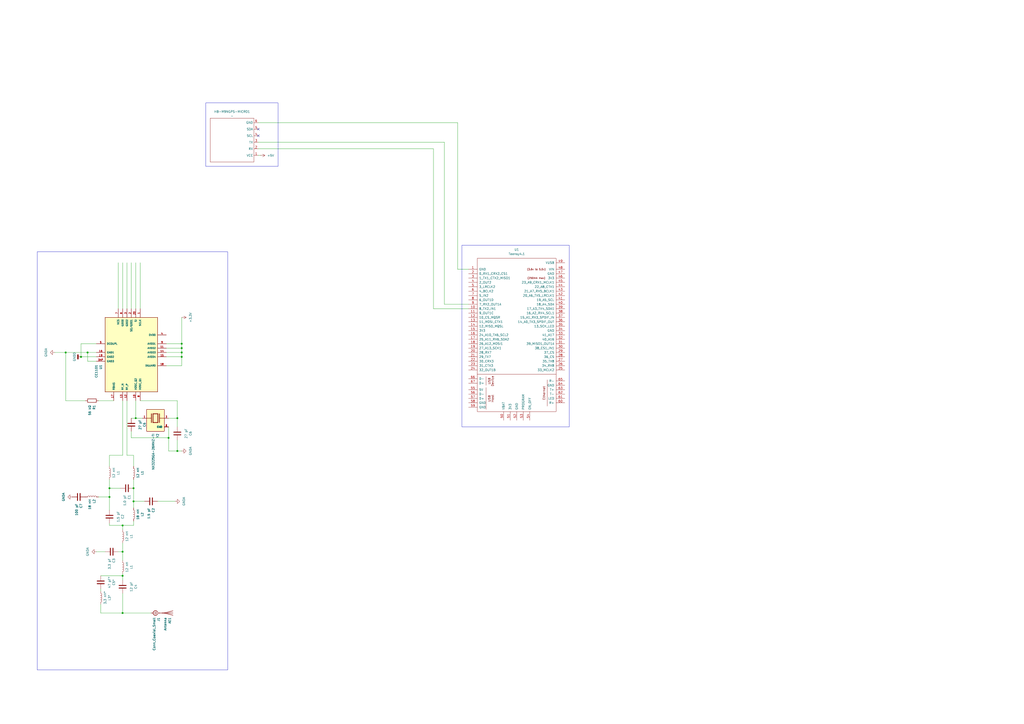
<source format=kicad_sch>
(kicad_sch (version 20231120) (generator "eeschema") (generator_version "8.0")
  (paper "A2")
  (lib_symbols
    (symbol "CC1101:CC1101" (pin_names (offset 1.016))
      (property "Reference" "U" (at 12.7103 -17.7944 0))
      (property "Value" "CC1101" (at 12.7068 -20.3308 0))
      (symbol "CC1101_0_0"
        (rectangle (start -20.32 -15.24) (end 22.86 15.24) (stroke (width 0.254)) (fill (type background)))
        (pin bidirectional line (at -25.4 5.08 0) (length 5.08) (name "SCLK") (number "1"))
        (pin bidirectional line (at 27.94 2.54 180) (length 5.08) (name "XOSC_Q2") (number "10"))
        (pin bidirectional line (at -2.54 20.32 270) (length 5.08) (name "AVDD2") (number "11"))
        (pin bidirectional line (at 27.94 -2.54 180) (length 5.08) (name "RF_P") (number "12"))
        (pin bidirectional line (at 27.94 -5.08 180) (length 5.08) (name "RF_N") (number "13"))
        (pin bidirectional line (at 0 20.32 270) (length 5.08) (name "AVDD3") (number "14"))
        (pin bidirectional line (at 2.54 20.32 270) (length 5.08) (name "AVDD4") (number "15"))
        (pin bidirectional line (at 0 -20.32 90) (length 5.08) (name "GND1") (number "16"))
        (pin bidirectional line (at 27.94 -10.16 180) (length 5.08) (name "RBIAS") (number "17"))
        (pin bidirectional line (at 7.62 20.32 270) (length 5.08) (name "DGUARD") (number "18"))
        (pin bidirectional line (at 2.54 -20.32 90) (length 5.08) (name "GND2") (number "19"))
        (pin bidirectional line (at -25.4 0 0) (length 5.08) (name "SO/GDO1") (number "2"))
        (pin bidirectional line (at -25.4 2.54 0) (length 5.08) (name "SI") (number "20"))
        (pin bidirectional line (at -25.4 -2.54 0) (length 5.08) (name "GDO2") (number "3"))
        (pin bidirectional line (at -10.16 20.32 270) (length 5.08) (name "DVDD") (number "4"))
        (pin bidirectional line (at -5.08 -20.32 90) (length 5.08) (name "DCOUPL") (number "5"))
        (pin bidirectional line (at -25.4 -5.08 0) (length 5.08) (name "GDO0") (number "6"))
        (pin bidirectional line (at -25.4 -7.62 0) (length 5.08) (name "NCS") (number "7"))
        (pin bidirectional line (at 27.94 5.08 180) (length 5.08) (name "XOSC_Q1") (number "8"))
        (pin bidirectional line (at -5.08 20.32 270) (length 5.08) (name "AVDD1") (number "9"))
        (pin bidirectional line (at 5.08 -20.32 90) (length 5.08) (name "GND3") (number "DAP"))
      )
    )
    (symbol "Connector:Conn_Coaxial_Small" (pin_numbers hide) (pin_names (offset 1.016) hide)
      (property "Reference" "J" (at 0.254 3.048 0))
      (property "Value" "Conn_Coaxial_Small" (at 0 -3.81 0))
      (symbol "Conn_Coaxial_Small_0_1"
        (polyline (pts (xy -2.54 0) (xy -0.508 0)))
        (circle (center 0 0) (radius 0.508) (stroke (width 0.2032)))
      )
      (symbol "Conn_Coaxial_Small_1_1"
        (arc (start -1.1916 -0.6311) (mid 0.327 -1.3081) (end 1.3484 0.0039) (stroke (width 0.3048)))
        (arc (start 1.3484 -0.0039) (mid 0.327 1.3081) (end -1.1916 0.6311) (stroke (width 0.3048)))
        (pin passive line (at -2.54 0 0) (length 1.27) (name "In") (number "1"))
        (pin passive line (at 2.54 0 180) (length 1.27) (name "Ext") (number "2"))
      )
    )
    (symbol "Device:Antenna" (pin_numbers hide) (pin_names (offset 1.016) hide)
      (property "Reference" "AE" (at -1.905 1.905 0))
      (property "Value" "Antenna" (at -1.905 0 0))
      (symbol "Antenna_0_1"
        (polyline (pts (xy 0 2.54) (xy 0 -3.81)) (stroke (width 0.254)))
        (polyline (pts (xy 1.27 2.54) (xy 0 -2.54) (xy -1.27 2.54)) (stroke (width 0.254)))
      )
      (symbol "Antenna_1_1"
        (pin input line (at 0 -5.08 90) (length 2.54) (name "A") (number "1"))
      )
    )
    (symbol "Device:C" (pin_numbers hide) (pin_names (offset 0.254))
      (property "Reference" "C" (at 0.635 2.54 0))
      (property "Value" "C" (at 0.635 -2.54 0))
      (symbol "C_0_1"
        (polyline (pts (xy -2.032 -0.762) (xy 2.032 -0.762)) (stroke (width 0.508)))
        (polyline (pts (xy -2.032 0.762) (xy 2.032 0.762)) (stroke (width 0.508)))
      )
      (symbol "C_1_1"
        (pin passive line (at 0 3.81 270) (length 2.794) (name "~") (number "1"))
        (pin passive line (at 0 -3.81 90) (length 2.794) (name "~") (number "2"))
      )
    )
    (symbol "Device:L" (pin_numbers hide) (pin_names (offset 1.016) hide)
      (property "Reference" "L" (at -1.27 0 90))
      (property "Value" "L" (at 1.905 0 90))
      (symbol "L_0_1"
        (arc (start 0 -2.54) (mid 0.6323 -1.905) (end 0 -1.27))
        (arc (start 0 -1.27) (mid 0.6323 -0.635) (end 0 0))
        (arc (start 0 0) (mid 0.6323 0.635) (end 0 1.27))
        (arc (start 0 1.27) (mid 0.6323 1.905) (end 0 2.54))
      )
      (symbol "L_1_1"
        (pin passive line (at 0 3.81 270) (length 1.27) (name "1") (number "1"))
        (pin passive line (at 0 -3.81 90) (length 1.27) (name "2") (number "2"))
      )
    )
    (symbol "Device:R" (pin_numbers hide) (pin_names (offset 0))
      (property "Reference" "R" (at 2.032 0 90))
      (property "Value" "R" (at 0 0 90))
      (symbol "R_0_1"
        (rectangle (start -1.016 -2.54) (end 1.016 2.54) (stroke (width 0.254)))
      )
      (symbol "R_1_1"
        (pin passive line (at 0 3.81 270) (length 1.27) (name "~") (number "1"))
        (pin passive line (at 0 -3.81 90) (length 1.27) (name "~") (number "2"))
      )
    )
    (symbol "NX3225GA-26MHZ-TI:NX3225GA-26MHZ-TI" (pin_names (offset 1.016))
      (property "Reference" "Y" (at -5.0878 6.3559 0))
      (property "Value" "NX3225GA-26MHZ-TI" (at -5.0944 -10.1744 0))
      (symbol "NX3225GA-26MHZ-TI_0_0"
        (rectangle (start -5.08 -7.62) (end 5.08 5.08) (stroke (width 0.254)) (fill (type background)))
        (polyline (pts (xy -5.08 0) (xy -2.54 0)) (stroke (width 0.254)))
        (polyline (pts (xy -2.3368 2.54) (xy -2.3368 -2.54)) (stroke (width 0.4064)))
        (polyline (pts (xy -1.397 2.54) (xy -1.397 -2.54)) (stroke (width 0.4064)))
        (polyline (pts (xy -1.397 2.54) (xy 1.397 2.54)) (stroke (width 0.4064)))
        (polyline (pts (xy 1.397 -2.54) (xy -1.397 -2.54)) (stroke (width 0.4064)))
        (polyline (pts (xy 1.397 2.54) (xy 1.397 -2.54)) (stroke (width 0.4064)))
        (polyline (pts (xy 2.3368 2.54) (xy 2.3368 -2.54)) (stroke (width 0.4064)))
        (polyline (pts (xy 2.54 0) (xy 5.08 0)) (stroke (width 0.254)))
        (pin passive line (at -7.62 0 0) (length 2.54) (name "~") (number "1"))
        (pin power_in line (at 7.62 -5.08 180) (length 2.54) (name "GND") (number "2"))
        (pin passive line (at 7.62 0 180) (length 2.54) (name "~") (number "3"))
        (pin power_in line (at 7.62 -5.08 180) (length 2.54) (name "GND") (number "4"))
      )
    )
    (symbol "addlSymbols:HolybroMicroM9N"
      (property "Reference" "HB-M9NGPS-MICRO" (at -1.016 -1.27 0))
      (symbol "HolybroMicroM9N_0_1"
        (rectangle (start -12.7 12.7) (end 12.7 -12.7))
      )
      (symbol "HolybroMicroM9N_1_1"
        (pin input line (at -8.89 -15.24 90) (length 2.54) (name "VCC") (number "1"))
        (pin input line (at -5.08 -15.24 90) (length 2.54) (name "RX") (number "2"))
        (pin input line (at -1.27 -15.24 90) (length 2.54) (name "TX") (number "3"))
        (pin input line (at 2.54 -15.24 90) (length 2.54) (name "SCL") (number "4"))
        (pin input line (at 6.35 -15.24 90) (length 2.54) (name "SDA") (number "5"))
        (pin input line (at 10.16 -15.24 90) (length 2.54) (name "GND") (number "6"))
      )
    )
    (symbol "power:+3.3V" (power) (pin_numbers hide) (pin_names (offset 0) hide)
      (property "Value" "+3.3V" (at 0 3.556 0))
      (symbol "+3.3V_0_1"
        (polyline (pts (xy -0.762 1.27) (xy 0 2.54)))
        (polyline (pts (xy 0 0) (xy 0 2.54)))
        (polyline (pts (xy 0 2.54) (xy 0.762 1.27)))
      )
      (symbol "+3.3V_1_1"
        (pin power_in line (at 0 0 90) (length 0) (name "~") (number "1"))
      )
    )
    (symbol "power:+5V" (power) (pin_numbers hide) (pin_names (offset 0) hide)
      (property "Value" "+5V" (at 0 3.556 0))
      (symbol "+5V_0_1"
        (polyline (pts (xy -0.762 1.27) (xy 0 2.54)))
        (polyline (pts (xy 0 0) (xy 0 2.54)))
        (polyline (pts (xy 0 2.54) (xy 0.762 1.27)))
      )
      (symbol "+5V_1_1"
        (pin power_in line (at 0 0 90) (length 0) (name "~") (number "1"))
      )
    )
    (symbol "power:GNDA" (power) (pin_numbers hide) (pin_names (offset 0) hide)
      (property "Value" "GNDA" (at 0 -3.81 0))
      (symbol "GNDA_0_1"
        (polyline (pts (xy 0 0) (xy 0 -1.27) (xy 1.27 -1.27) (xy 0 -2.54) (xy -1.27 -1.27) (xy 0 -1.27)))
      )
      (symbol "GNDA_1_1"
        (pin power_in line (at 0 0 270) (length 0) (name "~") (number "1"))
      )
    )
    (symbol "power:GNDD" (power) (pin_numbers hide) (pin_names (offset 0) hide)
      (property "Value" "GNDD" (at 0 -3.175 0))
      (symbol "GNDD_0_1"
        (rectangle (start -1.27 -1.524) (end 1.27 -2.032) (stroke (width 0.254)) (fill (type outline)))
        (polyline (pts (xy 0 0) (xy 0 -1.524)))
      )
      (symbol "GNDD_1_1"
        (pin power_in line (at 0 0 270) (length 0) (name "~") (number "1"))
      )
    )
    (symbol "teensy:Teensy4.1" (pin_names (offset 1.016))
      (property "Reference" "U" (at 0 64.77 0))
      (property "Value" "Teensy4.1" (at 0 62.23 0))
      (symbol "Teensy4.1_0_0"
        (polyline (pts (xy -22.86 -6.35) (xy 22.86 -6.35)))
        (polyline (pts (xy -17.78 -26.67) (xy -17.78 -13.97)))
        (polyline (pts (xy -17.78 -7.62) (xy -17.78 -12.7)))
        (polyline (pts (xy 17.78 -9.525) (xy 17.78 -24.765)))
        (text "(250mA max)" (at 11.43 49.53 0) (effects (font (size 1.016 1.016))))
        (text "(3.6v to 5.5v)" (at 11.43 54.61 0) (effects (font (size 1.016 1.016))))
        (text "Device" (at -13.97 -10.16 900) (effects (font (size 1.27 1.27))))
        (text "Ethernet" (at 15.875 -17.145 900) (effects (font (size 1.27 1.27))))
        (text "Host" (at -13.97 -20.32 900) (effects (font (size 1.27 1.27))))
        (text "USB" (at -15.875 -20.32 900) (effects (font (size 1.27 1.27))))
        (text "USB" (at -15.875 -10.16 900) (effects (font (size 1.27 1.27))))
        (pin bidirectional line (at -27.94 31.75 0) (length 5.08) (name "8_TX2_IN1") (number "10"))
        (pin bidirectional line (at -27.94 29.21 0) (length 5.08) (name "9_OUT1C") (number "11"))
        (pin bidirectional line (at -27.94 26.67 0) (length 5.08) (name "10_CS_MQSR") (number "12"))
        (pin bidirectional line (at -27.94 24.13 0) (length 5.08) (name "11_MOSI_CTX1") (number "13"))
        (pin bidirectional line (at -27.94 21.59 0) (length 5.08) (name "12_MISO_MQSL") (number "14"))
        (pin power_in line (at -27.94 19.05 0) (length 5.08) (name "3V3") (number "15"))
        (pin bidirectional line (at -27.94 16.51 0) (length 5.08) (name "24_A10_TX6_SCL2") (number "16"))
        (pin bidirectional line (at -27.94 13.97 0) (length 5.08) (name "25_A11_RX6_SDA2") (number "17"))
        (pin bidirectional line (at -27.94 11.43 0) (length 5.08) (name "26_A12_MOSI1") (number "18"))
        (pin bidirectional line (at -27.94 8.89 0) (length 5.08) (name "27_A13_SCK1") (number "19"))
        (pin bidirectional line (at -27.94 6.35 0) (length 5.08) (name "28_RX7") (number "20"))
        (pin bidirectional line (at -27.94 3.81 0) (length 5.08) (name "29_TX7") (number "21"))
        (pin bidirectional line (at -27.94 1.27 0) (length 5.08) (name "30_CRX3") (number "22"))
        (pin bidirectional line (at -27.94 -1.27 0) (length 5.08) (name "31_CTX3") (number "23"))
        (pin bidirectional line (at -27.94 -3.81 0) (length 5.08) (name "32_OUT1B") (number "24"))
        (pin bidirectional line (at 27.94 -3.81 180) (length 5.08) (name "33_MCLK2") (number "25"))
        (pin bidirectional line (at 27.94 -1.27 180) (length 5.08) (name "34_RX8") (number "26"))
        (pin bidirectional line (at 27.94 1.27 180) (length 5.08) (name "35_TX8") (number "27"))
        (pin bidirectional line (at 27.94 3.81 180) (length 5.08) (name "36_CS") (number "28"))
        (pin bidirectional line (at 27.94 6.35 180) (length 5.08) (name "37_CS") (number "29"))
        (pin bidirectional line (at 27.94 8.89 180) (length 5.08) (name "38_CS1_IN1") (number "30"))
        (pin bidirectional line (at 27.94 11.43 180) (length 5.08) (name "39_MISO1_OUT1A") (number "31"))
        (pin bidirectional line (at 27.94 13.97 180) (length 5.08) (name "40_A16") (number "32"))
        (pin bidirectional line (at 27.94 16.51 180) (length 5.08) (name "41_A17") (number "33"))
        (pin bidirectional line (at 27.94 21.59 180) (length 5.08) (name "13_SCK_LED") (number "35"))
        (pin bidirectional line (at 27.94 24.13 180) (length 5.08) (name "14_A0_TX3_SPDIF_OUT") (number "36"))
        (pin bidirectional line (at 27.94 26.67 180) (length 5.08) (name "15_A1_RX3_SPDIF_IN") (number "37"))
        (pin bidirectional line (at 27.94 29.21 180) (length 5.08) (name "16_A2_RX4_SCL1") (number "38"))
        (pin bidirectional line (at 27.94 31.75 180) (length 5.08) (name "17_A3_TX4_SDA1") (number "39"))
        (pin bidirectional line (at 27.94 34.29 180) (length 5.08) (name "18_A4_SDA") (number "40"))
        (pin bidirectional line (at 27.94 36.83 180) (length 5.08) (name "19_A5_SCL") (number "41"))
        (pin bidirectional line (at 27.94 39.37 180) (length 5.08) (name "20_A6_TX5_LRCLK1") (number "42"))
        (pin bidirectional line (at 27.94 41.91 180) (length 5.08) (name "21_A7_RX5_BCLK1") (number "43"))
        (pin bidirectional line (at 27.94 44.45 180) (length 5.08) (name "22_A8_CTX1") (number "44"))
        (pin bidirectional line (at 27.94 46.99 180) (length 5.08) (name "23_A9_CRX1_MCLK1") (number "45"))
        (pin output line (at 27.94 49.53 180) (length 5.08) (name "3V3") (number "46"))
        (pin output line (at 27.94 52.07 180) (length 5.08) (name "GND") (number "47"))
        (pin power_in line (at 27.94 54.61 180) (length 5.08) (name "VIN") (number "48"))
        (pin power_out line (at 27.94 58.42 180) (length 5.08) (name "VUSB") (number "49"))
        (pin bidirectional line (at -27.94 44.45 0) (length 5.08) (name "3_LRCLK2") (number "5"))
        (pin power_in line (at -7.62 -33.02 90) (length 5.08) (name "VBAT") (number "50"))
        (pin power_in line (at -3.81 -33.02 90) (length 5.08) (name "3V3") (number "51"))
        (pin input line (at 0 -33.02 90) (length 5.08) (name "GND") (number "52"))
        (pin input line (at 3.81 -33.02 90) (length 5.08) (name "PROGRAM") (number "53"))
        (pin input line (at 7.62 -33.02 90) (length 5.08) (name "ON_OFF") (number "54"))
        (pin power_out line (at -27.94 -15.24 0) (length 5.08) (name "5V") (number "55"))
        (pin bidirectional line (at -27.94 -17.78 0) (length 5.08) (name "D-") (number "56"))
        (pin bidirectional line (at -27.94 -20.32 0) (length 5.08) (name "D+") (number "57"))
        (pin power_in line (at -27.94 -22.86 0) (length 5.08) (name "GND") (number "58"))
        (pin power_in line (at -27.94 -25.4 0) (length 5.08) (name "GND") (number "59"))
        (pin bidirectional line (at -27.94 41.91 0) (length 5.08) (name "4_BCLK2") (number "6"))
        (pin bidirectional line (at 27.94 -22.86 180) (length 5.08) (name "R+") (number "60"))
        (pin bidirectional line (at 27.94 -20.32 180) (length 5.08) (name "LED") (number "61"))
        (pin bidirectional line (at 27.94 -17.78 180) (length 5.08) (name "T-") (number "62"))
        (pin bidirectional line (at 27.94 -15.24 180) (length 5.08) (name "T+") (number "63"))
        (pin power_in line (at 27.94 -12.7 180) (length 5.08) (name "GND") (number "64"))
        (pin bidirectional line (at 27.94 -10.16 180) (length 5.08) (name "R-") (number "65"))
        (pin bidirectional line (at -27.94 -8.89 0) (length 5.08) (name "D-") (number "66"))
        (pin bidirectional line (at -27.94 -11.43 0) (length 5.08) (name "D+") (number "67"))
        (pin bidirectional line (at -27.94 39.37 0) (length 5.08) (name "5_IN2") (number "7"))
        (pin bidirectional line (at -27.94 36.83 0) (length 5.08) (name "6_OUT1D") (number "8"))
        (pin bidirectional line (at -27.94 34.29 0) (length 5.08) (name "7_RX2_OUT1A") (number "9"))
      )
      (symbol "Teensy4.1_0_1"
        (rectangle (start -22.86 60.96) (end 22.86 -27.94))
        (rectangle (start -20.32 -1.27) (end -20.32 -1.27))
      )
      (symbol "Teensy4.1_1_1"
        (pin power_in line (at -27.94 54.61 0) (length 5.08) (name "GND") (number "1"))
        (pin bidirectional line (at -27.94 52.07 0) (length 5.08) (name "0_RX1_CRX2_CS1") (number "2"))
        (pin bidirectional line (at -27.94 49.53 0) (length 5.08) (name "1_TX1_CTX2_MISO1") (number "3"))
        (pin power_in line (at 27.94 19.05 180) (length 5.08) (name "GND") (number "34"))
        (pin bidirectional line (at -27.94 46.99 0) (length 5.08) (name "2_OUT2") (number "4"))
      )
    )
  )
  (junction (at 97.79 254))
  (junction (at 71.12 355.6))
  (junction (at 71.12 304.8))
  (junction (at 105.41 199.39))
  (junction (at 71.12 334.01))
  (junction (at 63.5 283.21))
  (junction (at 38.1 204.47))
  (junction (at 77.47 283.21))
  (junction (at 63.5 288.29))
  (junction (at 46.99 207.01))
  (junction (at 50.8 204.47))
  (junction (at 77.47 290.83))
  (junction (at 71.12 320.04))
  (junction (at 102.87 261.62))
  (junction (at 78.74 242.57))
  (junction (at 105.41 204.47))
  (junction (at 105.41 207.01))
  (junction (at 102.87 242.57))
  (junction (at 105.41 201.93))
  (no_connect (at 149.86 78.74))
  (no_connect (at 149.86 74.93))
  (wire (pts (xy 55.88 204.47) (xy 50.8 204.47)))
  (wire (pts (xy 81.28 232.41) (xy 102.87 232.41)))
  (wire (pts (xy 50.8 209.55) (xy 50.8 204.47)))
  (wire (pts (xy 78.74 232.41) (xy 78.74 242.57)))
  (wire (pts (xy 78.74 242.57) (xy 82.55 242.57)))
  (wire (pts (xy 63.5 288.29) (xy 57.15 288.29)))
  (wire (pts (xy 38.1 204.47) (xy 31.75 204.47)))
  (wire (pts (xy 77.47 304.8) (xy 71.12 304.8)))
  (wire (pts (xy 71.12 314.96) (xy 71.12 320.04)))
  (wire (pts (xy 76.2 254) (xy 76.2 250.19)))
  (wire (pts (xy 73.66 264.16) (xy 77.47 264.16)))
  (wire (pts (xy 60.96 320.04) (xy 55.88 320.04)))
  (wire (pts (xy 105.41 184.15) (xy 105.41 199.39)))
  (wire (pts (xy 71.12 304.8) (xy 71.12 307.34)))
  (wire (pts (xy 251.46 86.36) (xy 251.46 179.07)))
  (wire (pts (xy 105.41 199.39) (xy 105.41 201.93)))
  (wire (pts (xy 102.87 242.57) (xy 102.87 247.65)))
  (wire (pts (xy 49.53 232.41) (xy 38.1 232.41)))
  (wire (pts (xy 102.87 232.41) (xy 102.87 242.57)))
  (wire (pts (xy 76.2 152.4) (xy 76.2 179.07)))
  (wire (pts (xy 97.79 254) (xy 97.79 261.62)))
  (wire (pts (xy 77.47 302.26) (xy 77.47 304.8)))
  (wire (pts (xy 71.12 304.8) (xy 63.5 304.8)))
  (wire (pts (xy 50.8 204.47) (xy 38.1 204.47)))
  (wire (pts (xy 105.41 201.93) (xy 105.41 204.47)))
  (wire (pts (xy 73.66 232.41) (xy 73.66 264.16)))
  (wire (pts (xy 105.41 207.01) (xy 105.41 212.09)))
  (wire (pts (xy 105.41 207.01) (xy 96.52 207.01)))
  (wire (pts (xy 63.5 283.21) (xy 63.5 288.29)))
  (wire (pts (xy 87.63 355.6) (xy 71.12 355.6)))
  (wire (pts (xy 58.42 341.63) (xy 58.42 342.9)))
  (wire (pts (xy 149.86 82.55) (xy 257.81 82.55)))
  (wire (pts (xy 149.86 90.17) (xy 151.13 90.17)))
  (wire (pts (xy 63.5 304.8) (xy 63.5 303.53)))
  (wire (pts (xy 105.41 204.47) (xy 96.52 204.47)))
  (wire (pts (xy 58.42 350.52) (xy 58.42 355.6)))
  (wire (pts (xy 81.28 152.4) (xy 81.28 179.07)))
  (wire (pts (xy 101.6 290.83) (xy 91.44 290.83)))
  (wire (pts (xy 71.12 264.16) (xy 63.5 264.16)))
  (wire (pts (xy 73.66 152.4) (xy 73.66 179.07)))
  (wire (pts (xy 71.12 320.04) (xy 71.12 325.12)))
  (wire (pts (xy 105.41 199.39) (xy 96.52 199.39)))
  (wire (pts (xy 71.12 344.17) (xy 71.12 355.6)))
  (wire (pts (xy 265.43 156.21) (xy 271.78 156.21)))
  (wire (pts (xy 55.88 209.55) (xy 50.8 209.55)))
  (wire (pts (xy 77.47 290.83) (xy 77.47 294.64)))
  (wire (pts (xy 71.12 334.01) (xy 71.12 336.55)))
  (wire (pts (xy 71.12 355.6) (xy 58.42 355.6)))
  (wire (pts (xy 66.04 232.41) (xy 57.15 232.41)))
  (wire (pts (xy 102.87 261.62) (xy 97.79 261.62)))
  (wire (pts (xy 55.88 199.39) (xy 46.99 199.39)))
  (wire (pts (xy 97.79 254) (xy 76.2 254)))
  (wire (pts (xy 265.43 71.12) (xy 265.43 156.21)))
  (wire (pts (xy 46.99 199.39) (xy 46.99 207.01)))
  (wire (pts (xy 257.81 176.53) (xy 271.78 176.53)))
  (wire (pts (xy 63.5 288.29) (xy 63.5 295.91)))
  (wire (pts (xy 71.12 152.4) (xy 71.12 179.07)))
  (wire (pts (xy 77.47 264.16) (xy 77.47 270.51)))
  (wire (pts (xy 77.47 283.21) (xy 77.47 290.83)))
  (wire (pts (xy 71.12 320.04) (xy 68.58 320.04)))
  (wire (pts (xy 78.74 152.4) (xy 78.74 179.07)))
  (wire (pts (xy 71.12 332.74) (xy 71.12 334.01)))
  (wire (pts (xy 105.41 201.93) (xy 96.52 201.93)))
  (wire (pts (xy 257.81 82.55) (xy 257.81 176.53)))
  (wire (pts (xy 68.58 152.4) (xy 68.58 179.07)))
  (wire (pts (xy 105.41 212.09) (xy 96.52 212.09)))
  (wire (pts (xy 63.5 264.16) (xy 63.5 270.51)))
  (wire (pts (xy 38.1 232.41) (xy 38.1 204.47)))
  (wire (pts (xy 69.85 283.21) (xy 63.5 283.21)))
  (wire (pts (xy 102.87 255.27) (xy 102.87 261.62)))
  (wire (pts (xy 105.41 204.47) (xy 105.41 207.01)))
  (wire (pts (xy 71.12 232.41) (xy 71.12 264.16)))
  (wire (pts (xy 105.41 261.62) (xy 102.87 261.62)))
  (wire (pts (xy 77.47 278.13) (xy 77.47 283.21)))
  (wire (pts (xy 76.2 242.57) (xy 78.74 242.57)))
  (wire (pts (xy 83.82 290.83) (xy 77.47 290.83)))
  (wire (pts (xy 71.12 334.01) (xy 58.42 334.01)))
  (wire (pts (xy 102.87 242.57) (xy 97.79 242.57)))
  (wire (pts (xy 55.88 207.01) (xy 46.99 207.01)))
  (wire (pts (xy 149.86 71.12) (xy 265.43 71.12)))
  (wire (pts (xy 63.5 278.13) (xy 63.5 283.21)))
  (wire (pts (xy 149.86 86.36) (xy 251.46 86.36)))
  (wire (pts (xy 97.79 247.65) (xy 97.79 254)))
  (wire (pts (xy 251.46 179.07) (xy 271.78 179.07)))
  (rectangle (start 21.59 146.05) (end 132.08 388.62))
  (rectangle (start 267.97 142.24) (end 330.2 247.65))
  (rectangle (start 119.38 59.69) (end 161.29 96.52))
  (symbol (lib_id "Device:L") (at 71.12 311.15 0) (unit 1)
    (property "Reference" "L1" (at 76.2 311.15 90))
    (property "Value" "12 nH" (at 73.66 311.15 90))
    (property "Description" "Inductor" (effects (hide yes)))
  )
  (symbol (lib_id "Device:C") (at 87.63 290.83 270) (unit 1)
    (property "Reference" "C2" (at 88.9001 294.64 0) (effects (justify left)))
    (property "Value" "1.5 pF" (at 86.3601 294.64 0) (effects (justify left)))
    (property "Description" "Unpolarized capacitor" (effects (hide yes)))
  )
  (symbol (lib_id "Connector:Conn_Coaxial_Small") (at 90.17 355.6 180) (unit 1)
    (property "Reference" "J1" (at 91.9597 358.14 90) (effects (justify left)))
    (property "Value" "Conn_Coaxial_Small" (at 89.4197 358.14 90) (effects (justify left)))
    (property "Description" "small coaxial connector (BNC, SMA, SMB, SMC, Cinch/RCA, LEMO, ...)" (effects (hide yes)))
  )
  (symbol (lib_id "Device:C") (at 71.12 340.36 0) (unit 1)
    (property "Reference" "C4" (at 78.74 340.36 90))
    (property "Value" "12 pF" (at 76.2 340.36 90))
    (property "Description" "Unpolarized capacitor" (effects (hide yes)))
  )
  (symbol (lib_id "Device:L") (at 58.42 346.71 0) (unit 1)
    (property "Reference" "L3*" (at 63.5 346.71 90))
    (property "Value" "3.3 nH*" (at 60.96 346.71 90))
    (property "Description" "Inductor" (effects (hide yes)))
  )
  (symbol (lib_id "Device:C") (at 63.5 299.72 180) (unit 1)
    (property "Reference" "C2" (at 71.12 299.72 90))
    (property "Value" "1.5 pF" (at 68.58 299.72 90))
    (property "Description" "Unpolarized capacitor" (effects (hide yes)))
  )
  (symbol (lib_id "addlSymbols:HolybroMicroM9N") (at 134.62 81.28 90) (unit 1)
    (property "Reference" "HB-M9NGPS-MICRO1" (at 134.62 64.77 90))
    (property "Value" "~" (at 134.62 67.31 90))
  )
  (symbol (lib_id "Device:R") (at 53.34 232.41 90) (unit 1)
    (property "Reference" "R1" (at 54.6101 234.95 0) (effects (justify right)))
    (property "Value" "56 kΩ" (at 52.0701 234.95 0) (effects (justify right)))
    (property "Description" "Resistor" (effects (hide yes)))
  )
  (symbol (lib_id "Device:Antenna") (at 97.79 355.6 270) (unit 1)
    (property "Reference" "AE1" (at 98.4251 358.14 0) (effects (justify left)))
    (property "Value" "Antenna" (at 95.8851 358.14 0) (effects (justify left)))
    (property "Description" "Antenna" (effects (hide yes)))
  )
  (symbol (lib_id "NX3225GA-26MHZ-TI:NX3225GA-26MHZ-TI") (at 90.17 242.57 0) (unit 1)
    (property "Reference" "Y2" (at 91.44 251.46 90) (effects (justify right)))
    (property "Value" "NX3225GA-26MHZ-TI" (at 88.9 251.46 90) (effects (justify right)))
    (property "Footprint" "NX3225GA-26MHZ-TI:OSCCC320X250X90N" (effects (hide yes)))
    (property "MF" "NDK America," (effects (hide yes)))
    (property "MAXIMUM_PACKAGE_HEIGHT" "0.9 mm" (effects (hide yes)))
    (property "Package" "SMD-4 NDK" (effects (hide yes)))
    (property "Price" "None" (effects (hide yes)))
    (property "Check_prices" "https://www.snapeda.com/parts/NX3225GA-26MHZ-TI/NDK+America%252C+Inc./view-part/?ref=eda" (effects (hide yes)))
    (property "STANDARD" "IPC 7351B" (effects (hide yes)))
    (property "PARTREV" "N/A" (effects (hide yes)))
    (property "SnapEDA_Link" "https://www.snapeda.com/parts/NX3225GA-26MHZ-TI/NDK+America%252C+Inc./view-part/?ref=snap" (effects (hide yes)))
    (property "MP" "NX3225GA-26MHZ-TI" (effects (hide yes)))
    (property "Description_1" "\n26 MHz ±20ppm Crystal 10pF 50 Ohms 4-SMD, No Lead\n" (effects (hide yes)))
    (property "SNAPEDA_PN" "NX3225GA-26MHZ-TI" (effects (hide yes)))
    (property "Availability" "In Stock" (effects (hide yes)))
    (property "MANUFACTURER" "NDK" (effects (hide yes)))
  )
  (symbol (lib_id "Device:C") (at 102.87 251.46 0) (unit 1)
    (property "Reference" "C6" (at 110.49 251.46 90))
    (property "Value" "27 pF" (at 107.95 251.46 90))
    (property "Description" "Unpolarized capacitor" (effects (hide yes)))
  )
  (symbol (lib_id "Device:L") (at 77.47 274.32 0) (unit 1)
    (property "Reference" "L1" (at 82.55 274.32 90))
    (property "Value" "12 nH" (at 80.01 274.32 90))
    (property "Description" "Inductor" (effects (hide yes)))
  )
  (symbol (lib_id "power:GNDD") (at 46.99 207.01 270) (unit 1)
    (property "Reference" "#PWR01" (effects (hide yes)))
    (property "Value" "GNDD" (at 43.18 207.01 0))
    (property "Description" "Power symbol creates a global label with name \"GNDD\" , digital ground" (effects (hide yes)))
  )
  (symbol (lib_id "power:+5V") (at 151.13 90.17 270) (unit 1)
    (property "Reference" "#PWR01" (effects (hide yes)))
    (property "Value" "+5V" (at 154.94 90.1699 90) (effects (justify left)))
    (property "Description" "Power symbol creates a global label with name \"+5V\"" (effects (hide yes)))
  )
  (symbol (lib_id "power:GNDA") (at 105.41 261.62 90) (unit 1)
    (property "Reference" "#PWR04" (effects (hide yes)))
    (property "Value" "GNDA" (at 110.49 261.62 0))
    (property "Description" "Power symbol creates a global label with name \"GNDA\" , analog ground" (effects (hide yes)))
  )
  (symbol (lib_id "Device:C") (at 45.72 288.29 90) (unit 1)
    (property "Reference" "C7" (at 46.9901 292.1 0) (effects (justify right)))
    (property "Value" "100 pF" (at 44.4501 292.1 0) (effects (justify right)))
    (property "Description" "Unpolarized capacitor" (effects (hide yes)))
  )
  (symbol (lib_id "Device:L") (at 77.47 298.45 0) (unit 1)
    (property "Reference" "L2" (at 82.55 298.45 90))
    (property "Value" "18 nH" (at 80.01 298.45 90))
    (property "Description" "Inductor" (effects (hide yes)))
  )
  (symbol (lib_id "Device:C") (at 73.66 283.21 270) (unit 1)
    (property "Reference" "C1" (at 74.9301 287.02 0) (effects (justify left)))
    (property "Value" "1.0 pF" (at 72.3901 287.02 0) (effects (justify left)))
    (property "Description" "Unpolarized capacitor" (effects (hide yes)))
  )
  (symbol (lib_id "power:+3.3V") (at 105.41 184.15 270) (unit 1)
    (property "Reference" "#PWR03" (effects (hide yes)))
    (property "Value" "+3.3V" (at 110.49 184.15 0))
    (property "Description" "Power symbol creates a global label with name \"+3.3V\"" (effects (hide yes)))
  )
  (symbol (lib_id "Device:C") (at 58.42 337.82 0) (unit 1)
    (property "Reference" "C5*" (at 66.04 337.82 90))
    (property "Value" "47 pF*" (at 63.5 337.82 90))
    (property "Description" "Unpolarized capacitor" (effects (hide yes)))
  )
  (symbol (lib_id "Device:L") (at 53.34 288.29 90) (unit 1)
    (property "Reference" "L2" (at 54.6101 289.56 0) (effects (justify right)))
    (property "Value" "18 nH" (at 52.0701 289.56 0) (effects (justify right)))
    (property "Description" "Inductor" (effects (hide yes)))
  )
  (symbol (lib_id "Device:C") (at 64.77 320.04 270) (unit 1)
    (property "Reference" "C3" (at 66.0401 323.85 0) (effects (justify left)))
    (property "Value" "3.3 pF" (at 63.5001 323.85 0) (effects (justify left)))
    (property "Description" "Unpolarized capacitor" (effects (hide yes)))
  )
  (symbol (lib_id "CC1101:CC1101") (at 76.2 204.47 270) (unit 1)
    (property "Reference" "U1" (at 58.42 211.5694 0) (effects (justify left)))
    (property "Value" "CC1101" (at 55.88 211.5694 0) (effects (justify left)))
    (property "Footprint" "CC1101:QLP20" (effects (hide yes)))
    (property "MF" "Texas Instruments" (effects (hide yes)))
    (property "Description_1" "\nIC RF TxRx Only General ISM < 1GHz - 300MHz ~ 348MHz, 387MHz ~ 464MHz, 779MHz ~ 928MHz 20-VFQFN Exposed Pad\n" (effects (hide yes)))
    (property "Package" "VQFN-32 Texas Instruments" (effects (hide yes)))
    (property "Price" "None" (effects (hide yes)))
    (property "SnapEDA_Link" "https://www.snapeda.com/parts/CC1101/Texas+Instruments/view-part/?ref=snap" (effects (hide yes)))
    (property "MP" "CC1101" (effects (hide yes)))
    (property "Availability" "In Stock" (effects (hide yes)))
    (property "Check_prices" "https://www.snapeda.com/parts/CC1101/Texas+Instruments/view-part/?ref=eda" (effects (hide yes)))
  )
  (symbol (lib_id "power:GNDA") (at 31.75 204.47 270) (unit 1)
    (property "Reference" "#PWR02" (effects (hide yes)))
    (property "Value" "GNDA" (at 26.67 204.47 0))
    (property "Description" "Power symbol creates a global label with name \"GNDA\" , analog ground" (effects (hide yes)))
  )
  (symbol (lib_id "Device:L") (at 71.12 328.93 0) (unit 1)
    (property "Reference" "L1" (at 76.2 328.93 90))
    (property "Value" "12 nH" (at 73.66 328.93 90))
    (property "Description" "Inductor" (effects (hide yes)))
  )
  (symbol (lib_id "Device:C") (at 76.2 246.38 180) (unit 1)
    (property "Reference" "C6" (at 83.82 246.38 90))
    (property "Value" "27 pF" (at 81.28 246.38 90))
    (property "Description" "Unpolarized capacitor" (effects (hide yes)))
  )
  (symbol (lib_id "power:GNDA") (at 55.88 320.04 270) (unit 1)
    (property "Reference" "#PWR05" (effects (hide yes)))
    (property "Value" "GNDA" (at 50.8 320.04 0))
    (property "Description" "Power symbol creates a global label with name \"GNDA\" , analog ground" (effects (hide yes)))
  )
  (symbol (lib_id "teensy:Teensy4.1") (at 299.72 210.82 0) (unit 1)
    (property "Reference" "U1" (at 299.72 144.78 0))
    (property "Value" "Teensy4.1" (at 299.72 147.32 0))
  )
  (symbol (lib_id "Device:L") (at 63.5 274.32 0) (unit 1)
    (property "Reference" "L1" (at 68.58 274.32 90))
    (property "Value" "12 nH" (at 66.04 274.32 90))
    (property "Description" "Inductor" (effects (hide yes)))
  )
  (symbol (lib_id "power:GNDA") (at 41.91 288.29 270) (unit 1)
    (property "Reference" "#PWR07" (effects (hide yes)))
    (property "Value" "GNDA" (at 36.83 288.29 0))
    (property "Description" "Power symbol creates a global label with name \"GNDA\" , analog ground" (effects (hide yes)))
  )
  (symbol (lib_id "power:GNDA") (at 101.6 290.83 90) (unit 1)
    (property "Reference" "#PWR06" (effects (hide yes)))
    (property "Value" "GNDA" (at 106.68 290.83 0))
    (property "Description" "Power symbol creates a global label with name \"GNDA\" , analog ground" (effects (hide yes)))
  )
)
</source>
